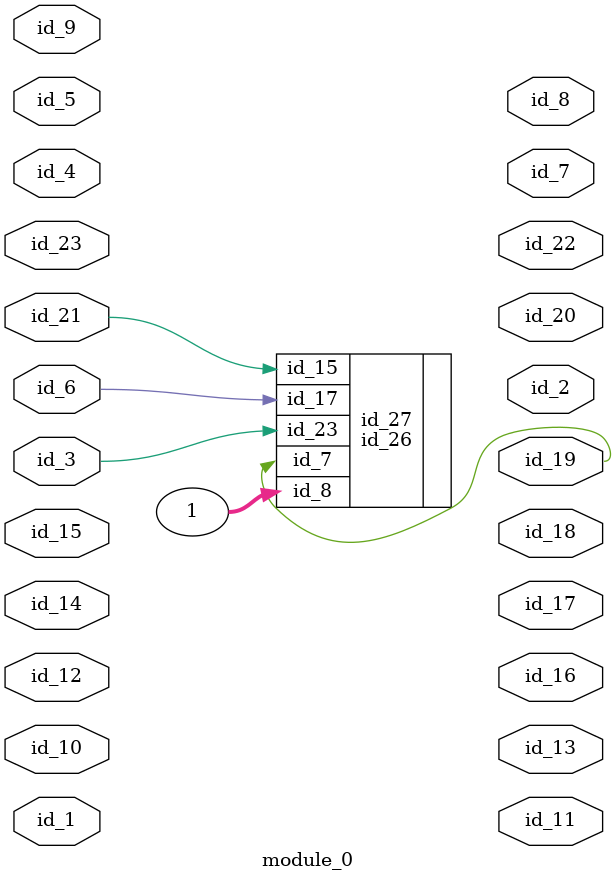
<source format=v>
module module_0 (
    id_1,
    id_2,
    id_3,
    id_4,
    id_5,
    id_6,
    id_7,
    id_8,
    id_9,
    id_10,
    id_11,
    id_12,
    id_13,
    id_14,
    id_15,
    id_16,
    id_17,
    id_18,
    id_19,
    id_20,
    id_21,
    id_22,
    id_23
);
  input id_23;
  output id_22;
  input id_21;
  output id_20;
  output id_19;
  output id_18;
  output id_17;
  output id_16;
  input id_15;
  input id_14;
  output id_13;
  input id_12;
  output id_11;
  input id_10;
  input id_9;
  output id_8;
  output id_7;
  input id_6;
  input id_5;
  input id_4;
  input id_3;
  output id_2;
  input id_1;
  id_24 id_25 (
      .id_3 (id_10),
      .id_22(id_10),
      .id_5 (id_5)
  );
  id_26 id_27 (
      .id_15(id_21),
      .id_23(id_3),
      .id_17(id_6),
      .id_8 (1),
      .id_7 (id_19)
  );
endmodule

</source>
